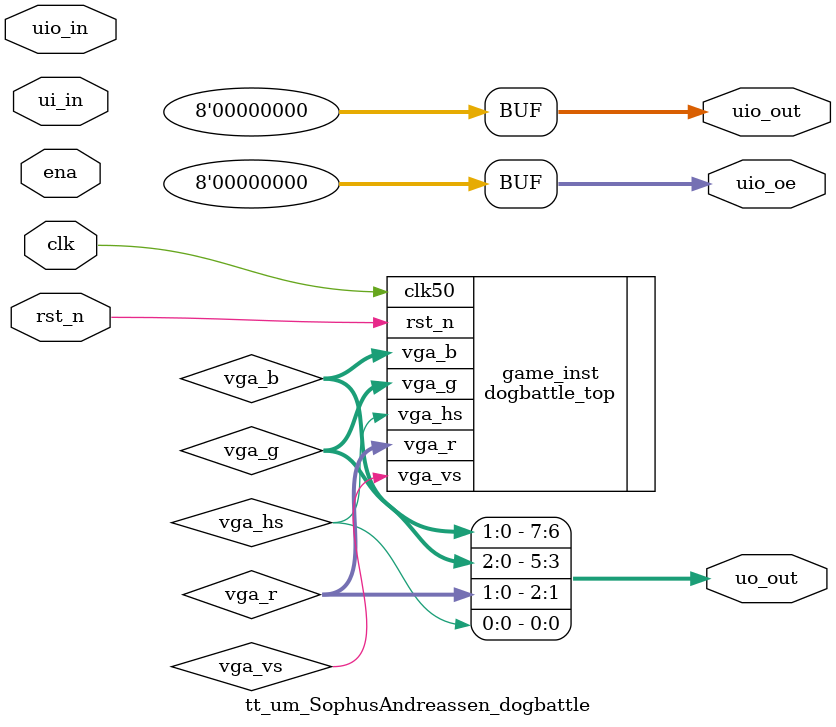
<source format=v>
`timescale 1ns/1ps

module tt_um_SophusAndreassen_dogbattle (
    input  wire [7:0] ui_in,    // User inputs
    output wire [7:0] uo_out,   // User outputs
    input  wire [7:0] uio_in,   // Bidirectional (unused)
    output wire [7:0] uio_out,
    output wire [7:0] uio_oe,
    input  wire       ena,      // Always 1 when enabled
    input  wire       clk,      // 50 MHz clock
    input  wire       rst_n     // Active-low reset
);
    assign uio_out = 8'b0;
    assign uio_oe  = 8'b0;

    // VGA signals
    wire vga_hs, vga_vs;
    wire [2:0] vga_r;
    wire [2:0] vga_g;
    wire [1:0] vga_b;

    // Instantiate main Dog Battle design
    dogbattle_top game_inst (
        .clk50(clk),
        .rst_n(rst_n),
        .vga_hs(vga_hs),
        .vga_vs(vga_vs),
        .vga_r(vga_r),
        .vga_g(vga_g),
        .vga_b(vga_b)
    );

    // Map to Tiny Tapeout outputs
    assign uo_out = {vga_b, vga_g, vga_r[1:0], vga_hs};

endmodule

</source>
